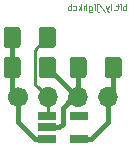
<source format=gbr>
G04 #@! TF.GenerationSoftware,KiCad,Pcbnew,5.0.2-bee76a0~70~ubuntu18.04.1*
G04 #@! TF.CreationDate,2019-03-08T21:36:31-05:00*
G04 #@! TF.ProjectId,sot895,736f7438-3935-42e6-9b69-6361645f7063,rev?*
G04 #@! TF.SameCoordinates,Original*
G04 #@! TF.FileFunction,Copper,L2,Bot*
G04 #@! TF.FilePolarity,Positive*
%FSLAX46Y46*%
G04 Gerber Fmt 4.6, Leading zero omitted, Abs format (unit mm)*
G04 Created by KiCad (PCBNEW 5.0.2-bee76a0~70~ubuntu18.04.1) date Fri 08 Mar 2019 21:36:31 EST*
%MOMM*%
%LPD*%
G01*
G04 APERTURE LIST*
G04 #@! TA.AperFunction,NonConductor*
%ADD10C,0.076200*%
G04 #@! TD*
G04 #@! TA.AperFunction,SMDPad,CuDef*
%ADD11R,1.560000X0.650000*%
G04 #@! TD*
G04 #@! TA.AperFunction,Conductor*
%ADD12C,0.100000*%
G04 #@! TD*
G04 #@! TA.AperFunction,SMDPad,CuDef*
%ADD13C,1.425000*%
G04 #@! TD*
G04 #@! TA.AperFunction,ComponentPad*
%ADD14C,1.700000*%
G04 #@! TD*
G04 #@! TA.AperFunction,ComponentPad*
%ADD15O,1.700000X1.700000*%
G04 #@! TD*
G04 #@! TA.AperFunction,Conductor*
%ADD16C,0.400000*%
G04 #@! TD*
G04 #@! TA.AperFunction,Conductor*
%ADD17C,0.250000*%
G04 #@! TD*
G04 APERTURE END LIST*
D10*
X68229238Y-24994809D02*
X68229238Y-24486809D01*
X68229238Y-24680333D02*
X68180857Y-24656142D01*
X68084095Y-24656142D01*
X68035714Y-24680333D01*
X68011523Y-24704523D01*
X67987333Y-24752904D01*
X67987333Y-24898047D01*
X68011523Y-24946428D01*
X68035714Y-24970619D01*
X68084095Y-24994809D01*
X68180857Y-24994809D01*
X68229238Y-24970619D01*
X67769619Y-24994809D02*
X67769619Y-24656142D01*
X67769619Y-24486809D02*
X67793809Y-24511000D01*
X67769619Y-24535190D01*
X67745428Y-24511000D01*
X67769619Y-24486809D01*
X67769619Y-24535190D01*
X67600285Y-24656142D02*
X67406761Y-24656142D01*
X67527714Y-24486809D02*
X67527714Y-24922238D01*
X67503523Y-24970619D01*
X67455142Y-24994809D01*
X67406761Y-24994809D01*
X67237428Y-24946428D02*
X67213238Y-24970619D01*
X67237428Y-24994809D01*
X67261619Y-24970619D01*
X67237428Y-24946428D01*
X67237428Y-24994809D01*
X66922952Y-24994809D02*
X66971333Y-24970619D01*
X66995523Y-24922238D01*
X66995523Y-24486809D01*
X66777809Y-24656142D02*
X66656857Y-24994809D01*
X66535904Y-24656142D02*
X66656857Y-24994809D01*
X66705238Y-25115761D01*
X66729428Y-25139952D01*
X66777809Y-25164142D01*
X65979523Y-24462619D02*
X66414952Y-25115761D01*
X65810190Y-24656142D02*
X65810190Y-25091571D01*
X65834380Y-25139952D01*
X65882761Y-25164142D01*
X65906952Y-25164142D01*
X65810190Y-24486809D02*
X65834380Y-24511000D01*
X65810190Y-24535190D01*
X65786000Y-24511000D01*
X65810190Y-24486809D01*
X65810190Y-24535190D01*
X65568285Y-24994809D02*
X65568285Y-24656142D01*
X65568285Y-24486809D02*
X65592476Y-24511000D01*
X65568285Y-24535190D01*
X65544095Y-24511000D01*
X65568285Y-24486809D01*
X65568285Y-24535190D01*
X65108666Y-24656142D02*
X65108666Y-25067380D01*
X65132857Y-25115761D01*
X65157047Y-25139952D01*
X65205428Y-25164142D01*
X65278000Y-25164142D01*
X65326380Y-25139952D01*
X65108666Y-24970619D02*
X65157047Y-24994809D01*
X65253809Y-24994809D01*
X65302190Y-24970619D01*
X65326380Y-24946428D01*
X65350571Y-24898047D01*
X65350571Y-24752904D01*
X65326380Y-24704523D01*
X65302190Y-24680333D01*
X65253809Y-24656142D01*
X65157047Y-24656142D01*
X65108666Y-24680333D01*
X64866761Y-24994809D02*
X64866761Y-24486809D01*
X64649047Y-24994809D02*
X64649047Y-24728714D01*
X64673238Y-24680333D01*
X64721619Y-24656142D01*
X64794190Y-24656142D01*
X64842571Y-24680333D01*
X64866761Y-24704523D01*
X64407142Y-24994809D02*
X64407142Y-24486809D01*
X64358761Y-24801285D02*
X64213619Y-24994809D01*
X64213619Y-24656142D02*
X64407142Y-24849666D01*
X63778190Y-24970619D02*
X63826571Y-24994809D01*
X63923333Y-24994809D01*
X63971714Y-24970619D01*
X63995904Y-24946428D01*
X64020095Y-24898047D01*
X64020095Y-24752904D01*
X63995904Y-24704523D01*
X63971714Y-24680333D01*
X63923333Y-24656142D01*
X63826571Y-24656142D01*
X63778190Y-24680333D01*
X63560476Y-24994809D02*
X63560476Y-24486809D01*
X63560476Y-24680333D02*
X63512095Y-24656142D01*
X63415333Y-24656142D01*
X63366952Y-24680333D01*
X63342761Y-24704523D01*
X63318571Y-24752904D01*
X63318571Y-24898047D01*
X63342761Y-24946428D01*
X63366952Y-24970619D01*
X63415333Y-24994809D01*
X63512095Y-24994809D01*
X63560476Y-24970619D01*
D11*
G04 #@! TO.P,U2,5*
G04 #@! TO.N,Net-(C2-Pad1)*
X64215000Y-35875000D03*
G04 #@! TO.P,U2,4*
G04 #@! TO.N,N/C*
X64215000Y-33975000D03*
G04 #@! TO.P,U2,3*
G04 #@! TO.N,Net-(J17-Pad2)*
X61515000Y-33975000D03*
G04 #@! TO.P,U2,2*
G04 #@! TO.N,Net-(C1-Pad2)*
X61515000Y-34925000D03*
G04 #@! TO.P,U2,1*
G04 #@! TO.N,Net-(C1-Pad1)*
X61515000Y-35875000D03*
G04 #@! TD*
D12*
G04 #@! TO.N,Net-(J17-Pad2)*
G04 #@! TO.C,R11*
G36*
X62045504Y-26431204D02*
X62069773Y-26434804D01*
X62093571Y-26440765D01*
X62116671Y-26449030D01*
X62138849Y-26459520D01*
X62159893Y-26472133D01*
X62179598Y-26486747D01*
X62197777Y-26503223D01*
X62214253Y-26521402D01*
X62228867Y-26541107D01*
X62241480Y-26562151D01*
X62251970Y-26584329D01*
X62260235Y-26607429D01*
X62266196Y-26631227D01*
X62269796Y-26655496D01*
X62271000Y-26680000D01*
X62271000Y-27930000D01*
X62269796Y-27954504D01*
X62266196Y-27978773D01*
X62260235Y-28002571D01*
X62251970Y-28025671D01*
X62241480Y-28047849D01*
X62228867Y-28068893D01*
X62214253Y-28088598D01*
X62197777Y-28106777D01*
X62179598Y-28123253D01*
X62159893Y-28137867D01*
X62138849Y-28150480D01*
X62116671Y-28160970D01*
X62093571Y-28169235D01*
X62069773Y-28175196D01*
X62045504Y-28178796D01*
X62021000Y-28180000D01*
X61096000Y-28180000D01*
X61071496Y-28178796D01*
X61047227Y-28175196D01*
X61023429Y-28169235D01*
X61000329Y-28160970D01*
X60978151Y-28150480D01*
X60957107Y-28137867D01*
X60937402Y-28123253D01*
X60919223Y-28106777D01*
X60902747Y-28088598D01*
X60888133Y-28068893D01*
X60875520Y-28047849D01*
X60865030Y-28025671D01*
X60856765Y-28002571D01*
X60850804Y-27978773D01*
X60847204Y-27954504D01*
X60846000Y-27930000D01*
X60846000Y-26680000D01*
X60847204Y-26655496D01*
X60850804Y-26631227D01*
X60856765Y-26607429D01*
X60865030Y-26584329D01*
X60875520Y-26562151D01*
X60888133Y-26541107D01*
X60902747Y-26521402D01*
X60919223Y-26503223D01*
X60937402Y-26486747D01*
X60957107Y-26472133D01*
X60978151Y-26459520D01*
X61000329Y-26449030D01*
X61023429Y-26440765D01*
X61047227Y-26434804D01*
X61071496Y-26431204D01*
X61096000Y-26430000D01*
X62021000Y-26430000D01*
X62045504Y-26431204D01*
X62045504Y-26431204D01*
G37*
D13*
G04 #@! TD*
G04 #@! TO.P,R11,2*
G04 #@! TO.N,Net-(J17-Pad2)*
X61558500Y-27305000D03*
D12*
G04 #@! TO.N,Net-(C1-Pad1)*
G04 #@! TO.C,R11*
G36*
X59070504Y-26431204D02*
X59094773Y-26434804D01*
X59118571Y-26440765D01*
X59141671Y-26449030D01*
X59163849Y-26459520D01*
X59184893Y-26472133D01*
X59204598Y-26486747D01*
X59222777Y-26503223D01*
X59239253Y-26521402D01*
X59253867Y-26541107D01*
X59266480Y-26562151D01*
X59276970Y-26584329D01*
X59285235Y-26607429D01*
X59291196Y-26631227D01*
X59294796Y-26655496D01*
X59296000Y-26680000D01*
X59296000Y-27930000D01*
X59294796Y-27954504D01*
X59291196Y-27978773D01*
X59285235Y-28002571D01*
X59276970Y-28025671D01*
X59266480Y-28047849D01*
X59253867Y-28068893D01*
X59239253Y-28088598D01*
X59222777Y-28106777D01*
X59204598Y-28123253D01*
X59184893Y-28137867D01*
X59163849Y-28150480D01*
X59141671Y-28160970D01*
X59118571Y-28169235D01*
X59094773Y-28175196D01*
X59070504Y-28178796D01*
X59046000Y-28180000D01*
X58121000Y-28180000D01*
X58096496Y-28178796D01*
X58072227Y-28175196D01*
X58048429Y-28169235D01*
X58025329Y-28160970D01*
X58003151Y-28150480D01*
X57982107Y-28137867D01*
X57962402Y-28123253D01*
X57944223Y-28106777D01*
X57927747Y-28088598D01*
X57913133Y-28068893D01*
X57900520Y-28047849D01*
X57890030Y-28025671D01*
X57881765Y-28002571D01*
X57875804Y-27978773D01*
X57872204Y-27954504D01*
X57871000Y-27930000D01*
X57871000Y-26680000D01*
X57872204Y-26655496D01*
X57875804Y-26631227D01*
X57881765Y-26607429D01*
X57890030Y-26584329D01*
X57900520Y-26562151D01*
X57913133Y-26541107D01*
X57927747Y-26521402D01*
X57944223Y-26503223D01*
X57962402Y-26486747D01*
X57982107Y-26472133D01*
X58003151Y-26459520D01*
X58025329Y-26449030D01*
X58048429Y-26440765D01*
X58072227Y-26434804D01*
X58096496Y-26431204D01*
X58121000Y-26430000D01*
X59046000Y-26430000D01*
X59070504Y-26431204D01*
X59070504Y-26431204D01*
G37*
D13*
G04 #@! TD*
G04 #@! TO.P,R11,1*
G04 #@! TO.N,Net-(C1-Pad1)*
X58583500Y-27305000D03*
D14*
G04 #@! TO.P,J17,1*
G04 #@! TO.N,Net-(C1-Pad1)*
X59055000Y-32385000D03*
D15*
G04 #@! TO.P,J17,2*
G04 #@! TO.N,Net-(J17-Pad2)*
X61595000Y-32385000D03*
G04 #@! TO.P,J17,3*
G04 #@! TO.N,Net-(C1-Pad2)*
X64135000Y-32385000D03*
G04 #@! TO.P,J17,4*
G04 #@! TO.N,Net-(C2-Pad1)*
X66675000Y-32385000D03*
G04 #@! TD*
D12*
G04 #@! TO.N,Net-(C1-Pad2)*
G04 #@! TO.C,C2*
G36*
X64658504Y-28971204D02*
X64682773Y-28974804D01*
X64706571Y-28980765D01*
X64729671Y-28989030D01*
X64751849Y-28999520D01*
X64772893Y-29012133D01*
X64792598Y-29026747D01*
X64810777Y-29043223D01*
X64827253Y-29061402D01*
X64841867Y-29081107D01*
X64854480Y-29102151D01*
X64864970Y-29124329D01*
X64873235Y-29147429D01*
X64879196Y-29171227D01*
X64882796Y-29195496D01*
X64884000Y-29220000D01*
X64884000Y-30470000D01*
X64882796Y-30494504D01*
X64879196Y-30518773D01*
X64873235Y-30542571D01*
X64864970Y-30565671D01*
X64854480Y-30587849D01*
X64841867Y-30608893D01*
X64827253Y-30628598D01*
X64810777Y-30646777D01*
X64792598Y-30663253D01*
X64772893Y-30677867D01*
X64751849Y-30690480D01*
X64729671Y-30700970D01*
X64706571Y-30709235D01*
X64682773Y-30715196D01*
X64658504Y-30718796D01*
X64634000Y-30720000D01*
X63709000Y-30720000D01*
X63684496Y-30718796D01*
X63660227Y-30715196D01*
X63636429Y-30709235D01*
X63613329Y-30700970D01*
X63591151Y-30690480D01*
X63570107Y-30677867D01*
X63550402Y-30663253D01*
X63532223Y-30646777D01*
X63515747Y-30628598D01*
X63501133Y-30608893D01*
X63488520Y-30587849D01*
X63478030Y-30565671D01*
X63469765Y-30542571D01*
X63463804Y-30518773D01*
X63460204Y-30494504D01*
X63459000Y-30470000D01*
X63459000Y-29220000D01*
X63460204Y-29195496D01*
X63463804Y-29171227D01*
X63469765Y-29147429D01*
X63478030Y-29124329D01*
X63488520Y-29102151D01*
X63501133Y-29081107D01*
X63515747Y-29061402D01*
X63532223Y-29043223D01*
X63550402Y-29026747D01*
X63570107Y-29012133D01*
X63591151Y-28999520D01*
X63613329Y-28989030D01*
X63636429Y-28980765D01*
X63660227Y-28974804D01*
X63684496Y-28971204D01*
X63709000Y-28970000D01*
X64634000Y-28970000D01*
X64658504Y-28971204D01*
X64658504Y-28971204D01*
G37*
D13*
G04 #@! TD*
G04 #@! TO.P,C2,2*
G04 #@! TO.N,Net-(C1-Pad2)*
X64171500Y-29845000D03*
D12*
G04 #@! TO.N,Net-(C2-Pad1)*
G04 #@! TO.C,C2*
G36*
X67633504Y-28971204D02*
X67657773Y-28974804D01*
X67681571Y-28980765D01*
X67704671Y-28989030D01*
X67726849Y-28999520D01*
X67747893Y-29012133D01*
X67767598Y-29026747D01*
X67785777Y-29043223D01*
X67802253Y-29061402D01*
X67816867Y-29081107D01*
X67829480Y-29102151D01*
X67839970Y-29124329D01*
X67848235Y-29147429D01*
X67854196Y-29171227D01*
X67857796Y-29195496D01*
X67859000Y-29220000D01*
X67859000Y-30470000D01*
X67857796Y-30494504D01*
X67854196Y-30518773D01*
X67848235Y-30542571D01*
X67839970Y-30565671D01*
X67829480Y-30587849D01*
X67816867Y-30608893D01*
X67802253Y-30628598D01*
X67785777Y-30646777D01*
X67767598Y-30663253D01*
X67747893Y-30677867D01*
X67726849Y-30690480D01*
X67704671Y-30700970D01*
X67681571Y-30709235D01*
X67657773Y-30715196D01*
X67633504Y-30718796D01*
X67609000Y-30720000D01*
X66684000Y-30720000D01*
X66659496Y-30718796D01*
X66635227Y-30715196D01*
X66611429Y-30709235D01*
X66588329Y-30700970D01*
X66566151Y-30690480D01*
X66545107Y-30677867D01*
X66525402Y-30663253D01*
X66507223Y-30646777D01*
X66490747Y-30628598D01*
X66476133Y-30608893D01*
X66463520Y-30587849D01*
X66453030Y-30565671D01*
X66444765Y-30542571D01*
X66438804Y-30518773D01*
X66435204Y-30494504D01*
X66434000Y-30470000D01*
X66434000Y-29220000D01*
X66435204Y-29195496D01*
X66438804Y-29171227D01*
X66444765Y-29147429D01*
X66453030Y-29124329D01*
X66463520Y-29102151D01*
X66476133Y-29081107D01*
X66490747Y-29061402D01*
X66507223Y-29043223D01*
X66525402Y-29026747D01*
X66545107Y-29012133D01*
X66566151Y-28999520D01*
X66588329Y-28989030D01*
X66611429Y-28980765D01*
X66635227Y-28974804D01*
X66659496Y-28971204D01*
X66684000Y-28970000D01*
X67609000Y-28970000D01*
X67633504Y-28971204D01*
X67633504Y-28971204D01*
G37*
D13*
G04 #@! TD*
G04 #@! TO.P,C2,1*
G04 #@! TO.N,Net-(C2-Pad1)*
X67146500Y-29845000D03*
D12*
G04 #@! TO.N,Net-(C1-Pad2)*
G04 #@! TO.C,C1*
G36*
X62045504Y-28971204D02*
X62069773Y-28974804D01*
X62093571Y-28980765D01*
X62116671Y-28989030D01*
X62138849Y-28999520D01*
X62159893Y-29012133D01*
X62179598Y-29026747D01*
X62197777Y-29043223D01*
X62214253Y-29061402D01*
X62228867Y-29081107D01*
X62241480Y-29102151D01*
X62251970Y-29124329D01*
X62260235Y-29147429D01*
X62266196Y-29171227D01*
X62269796Y-29195496D01*
X62271000Y-29220000D01*
X62271000Y-30470000D01*
X62269796Y-30494504D01*
X62266196Y-30518773D01*
X62260235Y-30542571D01*
X62251970Y-30565671D01*
X62241480Y-30587849D01*
X62228867Y-30608893D01*
X62214253Y-30628598D01*
X62197777Y-30646777D01*
X62179598Y-30663253D01*
X62159893Y-30677867D01*
X62138849Y-30690480D01*
X62116671Y-30700970D01*
X62093571Y-30709235D01*
X62069773Y-30715196D01*
X62045504Y-30718796D01*
X62021000Y-30720000D01*
X61096000Y-30720000D01*
X61071496Y-30718796D01*
X61047227Y-30715196D01*
X61023429Y-30709235D01*
X61000329Y-30700970D01*
X60978151Y-30690480D01*
X60957107Y-30677867D01*
X60937402Y-30663253D01*
X60919223Y-30646777D01*
X60902747Y-30628598D01*
X60888133Y-30608893D01*
X60875520Y-30587849D01*
X60865030Y-30565671D01*
X60856765Y-30542571D01*
X60850804Y-30518773D01*
X60847204Y-30494504D01*
X60846000Y-30470000D01*
X60846000Y-29220000D01*
X60847204Y-29195496D01*
X60850804Y-29171227D01*
X60856765Y-29147429D01*
X60865030Y-29124329D01*
X60875520Y-29102151D01*
X60888133Y-29081107D01*
X60902747Y-29061402D01*
X60919223Y-29043223D01*
X60937402Y-29026747D01*
X60957107Y-29012133D01*
X60978151Y-28999520D01*
X61000329Y-28989030D01*
X61023429Y-28980765D01*
X61047227Y-28974804D01*
X61071496Y-28971204D01*
X61096000Y-28970000D01*
X62021000Y-28970000D01*
X62045504Y-28971204D01*
X62045504Y-28971204D01*
G37*
D13*
G04 #@! TD*
G04 #@! TO.P,C1,2*
G04 #@! TO.N,Net-(C1-Pad2)*
X61558500Y-29845000D03*
D12*
G04 #@! TO.N,Net-(C1-Pad1)*
G04 #@! TO.C,C1*
G36*
X59070504Y-28971204D02*
X59094773Y-28974804D01*
X59118571Y-28980765D01*
X59141671Y-28989030D01*
X59163849Y-28999520D01*
X59184893Y-29012133D01*
X59204598Y-29026747D01*
X59222777Y-29043223D01*
X59239253Y-29061402D01*
X59253867Y-29081107D01*
X59266480Y-29102151D01*
X59276970Y-29124329D01*
X59285235Y-29147429D01*
X59291196Y-29171227D01*
X59294796Y-29195496D01*
X59296000Y-29220000D01*
X59296000Y-30470000D01*
X59294796Y-30494504D01*
X59291196Y-30518773D01*
X59285235Y-30542571D01*
X59276970Y-30565671D01*
X59266480Y-30587849D01*
X59253867Y-30608893D01*
X59239253Y-30628598D01*
X59222777Y-30646777D01*
X59204598Y-30663253D01*
X59184893Y-30677867D01*
X59163849Y-30690480D01*
X59141671Y-30700970D01*
X59118571Y-30709235D01*
X59094773Y-30715196D01*
X59070504Y-30718796D01*
X59046000Y-30720000D01*
X58121000Y-30720000D01*
X58096496Y-30718796D01*
X58072227Y-30715196D01*
X58048429Y-30709235D01*
X58025329Y-30700970D01*
X58003151Y-30690480D01*
X57982107Y-30677867D01*
X57962402Y-30663253D01*
X57944223Y-30646777D01*
X57927747Y-30628598D01*
X57913133Y-30608893D01*
X57900520Y-30587849D01*
X57890030Y-30565671D01*
X57881765Y-30542571D01*
X57875804Y-30518773D01*
X57872204Y-30494504D01*
X57871000Y-30470000D01*
X57871000Y-29220000D01*
X57872204Y-29195496D01*
X57875804Y-29171227D01*
X57881765Y-29147429D01*
X57890030Y-29124329D01*
X57900520Y-29102151D01*
X57913133Y-29081107D01*
X57927747Y-29061402D01*
X57944223Y-29043223D01*
X57962402Y-29026747D01*
X57982107Y-29012133D01*
X58003151Y-28999520D01*
X58025329Y-28989030D01*
X58048429Y-28980765D01*
X58072227Y-28974804D01*
X58096496Y-28971204D01*
X58121000Y-28970000D01*
X59046000Y-28970000D01*
X59070504Y-28971204D01*
X59070504Y-28971204D01*
G37*
D13*
G04 #@! TD*
G04 #@! TO.P,C1,1*
G04 #@! TO.N,Net-(C1-Pad1)*
X58583500Y-29845000D03*
D16*
G04 #@! TO.N,Net-(C1-Pad2)*
X61558500Y-29845000D02*
X64098500Y-32385000D01*
X64098500Y-32385000D02*
X64135000Y-32385000D01*
X62865000Y-33274000D02*
X63754000Y-32385000D01*
X63754000Y-32385000D02*
X64135000Y-32385000D01*
X64171500Y-29845000D02*
X64171500Y-32348500D01*
X64171500Y-32348500D02*
X64135000Y-32385000D01*
X62545000Y-34925000D02*
X62865000Y-34605000D01*
X61515000Y-34925000D02*
X62545000Y-34925000D01*
X62865000Y-34605000D02*
X62865000Y-33274000D01*
G04 #@! TO.N,Net-(C1-Pad1)*
X58583500Y-27305000D02*
X58583500Y-29845000D01*
X59055000Y-34445000D02*
X60485000Y-35875000D01*
X60485000Y-35875000D02*
X61515000Y-35875000D01*
X58583500Y-29845000D02*
X58583500Y-31913500D01*
X58583500Y-31913500D02*
X59055000Y-32385000D01*
X59055000Y-32385000D02*
X59055000Y-34445000D01*
G04 #@! TO.N,Net-(C2-Pad1)*
X67146500Y-29845000D02*
X67146500Y-31913500D01*
X67146500Y-31913500D02*
X66675000Y-32385000D01*
X64215000Y-35875000D02*
X65245000Y-35875000D01*
X66675000Y-34445000D02*
X66675000Y-33587081D01*
X65245000Y-35875000D02*
X66675000Y-34445000D01*
X66675000Y-33587081D02*
X66675000Y-32385000D01*
D17*
G04 #@! TO.N,Net-(J17-Pad2)*
X60745001Y-31535001D02*
X61595000Y-32385000D01*
X61558500Y-27305000D02*
X60515000Y-28348500D01*
X61595000Y-32385000D02*
X61595000Y-33895000D01*
X61595000Y-33895000D02*
X61515000Y-33975000D01*
X60515000Y-28348500D02*
X60515000Y-31305000D01*
X60515000Y-31305000D02*
X60745001Y-31535001D01*
G04 #@! TD*
M02*

</source>
